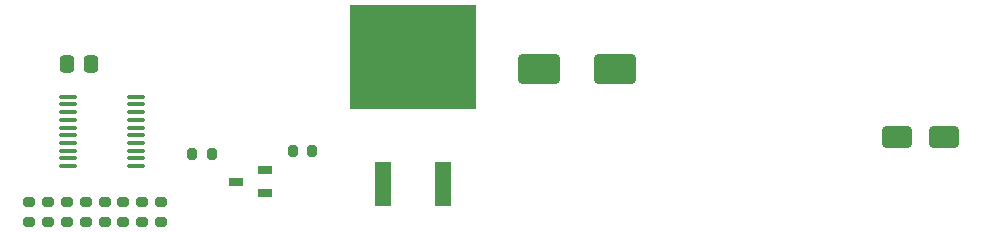
<source format=gbr>
%TF.GenerationSoftware,KiCad,Pcbnew,8.0.3*%
%TF.CreationDate,2024-11-21T16:05:02+01:00*%
%TF.ProjectId,LED Board,4c454420-426f-4617-9264-2e6b69636164,rev?*%
%TF.SameCoordinates,Original*%
%TF.FileFunction,Paste,Top*%
%TF.FilePolarity,Positive*%
%FSLAX46Y46*%
G04 Gerber Fmt 4.6, Leading zero omitted, Abs format (unit mm)*
G04 Created by KiCad (PCBNEW 8.0.3) date 2024-11-21 16:05:02*
%MOMM*%
%LPD*%
G01*
G04 APERTURE LIST*
G04 Aperture macros list*
%AMRoundRect*
0 Rectangle with rounded corners*
0 $1 Rounding radius*
0 $2 $3 $4 $5 $6 $7 $8 $9 X,Y pos of 4 corners*
0 Add a 4 corners polygon primitive as box body*
4,1,4,$2,$3,$4,$5,$6,$7,$8,$9,$2,$3,0*
0 Add four circle primitives for the rounded corners*
1,1,$1+$1,$2,$3*
1,1,$1+$1,$4,$5*
1,1,$1+$1,$6,$7*
1,1,$1+$1,$8,$9*
0 Add four rect primitives between the rounded corners*
20,1,$1+$1,$2,$3,$4,$5,0*
20,1,$1+$1,$4,$5,$6,$7,0*
20,1,$1+$1,$6,$7,$8,$9,0*
20,1,$1+$1,$8,$9,$2,$3,0*%
G04 Aperture macros list end*
%ADD10RoundRect,0.200000X-0.275000X0.200000X-0.275000X-0.200000X0.275000X-0.200000X0.275000X0.200000X0*%
%ADD11RoundRect,0.200000X-0.200000X-0.275000X0.200000X-0.275000X0.200000X0.275000X-0.200000X0.275000X0*%
%ADD12R,1.250000X0.700000*%
%ADD13RoundRect,0.250000X-0.337500X-0.475000X0.337500X-0.475000X0.337500X0.475000X-0.337500X0.475000X0*%
%ADD14RoundRect,0.250000X-1.000000X-0.650000X1.000000X-0.650000X1.000000X0.650000X-1.000000X0.650000X0*%
%ADD15RoundRect,0.250000X-1.500000X-1.000000X1.500000X-1.000000X1.500000X1.000000X-1.500000X1.000000X0*%
%ADD16R,1.400000X3.800000*%
%ADD17R,10.700000X8.800000*%
%ADD18RoundRect,0.100000X-0.637500X-0.100000X0.637500X-0.100000X0.637500X0.100000X-0.637500X0.100000X0*%
G04 APERTURE END LIST*
D10*
%TO.C,R2*%
X91600000Y-57305000D03*
X91600000Y-58955000D03*
%TD*%
%TO.C,R7*%
X99562852Y-57305000D03*
X99562852Y-58955000D03*
%TD*%
D11*
%TO.C,R9*%
X103804026Y-53259919D03*
X105454026Y-53259919D03*
%TD*%
D12*
%TO.C,Q2*%
X110000000Y-54600000D03*
X110000000Y-56500000D03*
X107500000Y-55550000D03*
%TD*%
D13*
%TO.C,C1*%
X93196500Y-45593000D03*
X95271500Y-45593000D03*
%TD*%
D14*
%TO.C,D1*%
X163500000Y-51750000D03*
X167500000Y-51750000D03*
%TD*%
D11*
%TO.C,R10*%
X112330000Y-53000000D03*
X113980000Y-53000000D03*
%TD*%
D10*
%TO.C,R3*%
X93200000Y-57305000D03*
X93200000Y-58955000D03*
%TD*%
%TO.C,R5*%
X96400000Y-57305000D03*
X96400000Y-58955000D03*
%TD*%
%TO.C,R8*%
X101200000Y-57305000D03*
X101200000Y-58955000D03*
%TD*%
D15*
%TO.C,C2*%
X133150000Y-46000000D03*
X139650000Y-46000000D03*
%TD*%
D10*
%TO.C,R4*%
X94800000Y-57305000D03*
X94800000Y-58955000D03*
%TD*%
%TO.C,R6*%
X98000000Y-57305000D03*
X98000000Y-58955000D03*
%TD*%
D16*
%TO.C,U2*%
X119960000Y-55800000D03*
D17*
X122500000Y-45000000D03*
D16*
X125040000Y-55800000D03*
%TD*%
D10*
%TO.C,R1*%
X90000000Y-57305000D03*
X90000000Y-58955000D03*
%TD*%
D18*
%TO.C,U1*%
X93335000Y-48379000D03*
X93335000Y-49029000D03*
X93335000Y-49679000D03*
X93335000Y-50329000D03*
X93335000Y-50979000D03*
X93335000Y-51629000D03*
X93335000Y-52279000D03*
X93335000Y-52929000D03*
X93335000Y-53579000D03*
X93335000Y-54229000D03*
X99060000Y-54229000D03*
X99060000Y-53579000D03*
X99060000Y-52929000D03*
X99060000Y-52279000D03*
X99060000Y-51629000D03*
X99060000Y-50979000D03*
X99060000Y-50329000D03*
X99060000Y-49679000D03*
X99060000Y-49029000D03*
X99060000Y-48379000D03*
%TD*%
M02*

</source>
